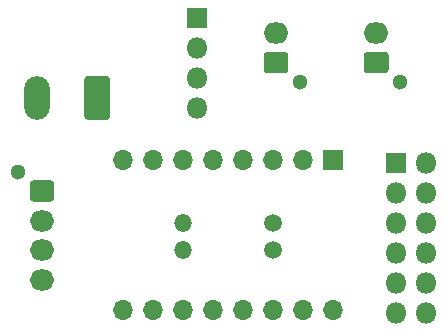
<source format=gbr>
%TF.GenerationSoftware,KiCad,Pcbnew,(5.1.6)-1*%
%TF.CreationDate,2022-03-03T12:09:35+01:00*%
%TF.ProjectId,pmod_shield,706d6f64-5f73-4686-9965-6c642e6b6963,rev?*%
%TF.SameCoordinates,Original*%
%TF.FileFunction,Soldermask,Bot*%
%TF.FilePolarity,Negative*%
%FSLAX46Y46*%
G04 Gerber Fmt 4.6, Leading zero omitted, Abs format (unit mm)*
G04 Created by KiCad (PCBNEW (5.1.6)-1) date 2022-03-03 12:09:35*
%MOMM*%
%LPD*%
G01*
G04 APERTURE LIST*
%ADD10O,1.700000X1.700000*%
%ADD11R,1.700000X1.700000*%
%ADD12C,1.300000*%
%ADD13O,2.100000X1.800000*%
%ADD14O,2.050000X1.800000*%
%ADD15O,2.180000X3.700000*%
%ADD16O,1.800000X1.800000*%
%ADD17R,1.800000X1.800000*%
%ADD18C,1.500000*%
%ADD19O,1.500000X1.500000*%
G04 APERTURE END LIST*
D10*
%TO.C,A1*%
X155638500Y-106807000D03*
X137858500Y-94107000D03*
X153098500Y-106807000D03*
X140398500Y-94107000D03*
X150558500Y-106807000D03*
X142938500Y-94107000D03*
X148018500Y-106807000D03*
X145478500Y-94107000D03*
X145478500Y-106807000D03*
X148018500Y-94107000D03*
X142938500Y-106807000D03*
X150558500Y-94107000D03*
X140398500Y-106807000D03*
X153098500Y-94107000D03*
X137858500Y-106807000D03*
D11*
X155638500Y-94107000D03*
%TD*%
D12*
%TO.C,J5*%
X161308800Y-87452000D03*
D13*
X159308800Y-83352000D03*
G36*
G01*
X160094094Y-86752000D02*
X158523506Y-86752000D01*
G75*
G02*
X158258800Y-86487294I0J264706D01*
G01*
X158258800Y-85216706D01*
G75*
G02*
X158523506Y-84952000I264706J0D01*
G01*
X160094094Y-84952000D01*
G75*
G02*
X160358800Y-85216706I0J-264706D01*
G01*
X160358800Y-86487294D01*
G75*
G02*
X160094094Y-86752000I-264706J0D01*
G01*
G37*
%TD*%
D12*
%TO.C,J4*%
X152825200Y-87452000D03*
D13*
X150825200Y-83352000D03*
G36*
G01*
X151610494Y-86752000D02*
X150039906Y-86752000D01*
G75*
G02*
X149775200Y-86487294I0J264706D01*
G01*
X149775200Y-85216706D01*
G75*
G02*
X150039906Y-84952000I264706J0D01*
G01*
X151610494Y-84952000D01*
G75*
G02*
X151875200Y-85216706I0J-264706D01*
G01*
X151875200Y-86487294D01*
G75*
G02*
X151610494Y-86752000I-264706J0D01*
G01*
G37*
%TD*%
D12*
%TO.C,J6*%
X129013200Y-95123200D03*
D14*
X131013200Y-104223200D03*
X131013200Y-101723200D03*
X131013200Y-99223200D03*
G36*
G01*
X130252906Y-95823200D02*
X131773494Y-95823200D01*
G75*
G02*
X132038200Y-96087906I0J-264706D01*
G01*
X132038200Y-97358494D01*
G75*
G02*
X131773494Y-97623200I-264706J0D01*
G01*
X130252906Y-97623200D01*
G75*
G02*
X129988200Y-97358494I0J264706D01*
G01*
X129988200Y-96087906D01*
G75*
G02*
X130252906Y-95823200I264706J0D01*
G01*
G37*
%TD*%
D15*
%TO.C,J3*%
X130619500Y-88836500D03*
G36*
G01*
X136789500Y-87248518D02*
X136789500Y-90424482D01*
G75*
G02*
X136527482Y-90686500I-262018J0D01*
G01*
X134871518Y-90686500D01*
G75*
G02*
X134609500Y-90424482I0J262018D01*
G01*
X134609500Y-87248518D01*
G75*
G02*
X134871518Y-86986500I262018J0D01*
G01*
X136527482Y-86986500D01*
G75*
G02*
X136789500Y-87248518I0J-262018D01*
G01*
G37*
%TD*%
D16*
%TO.C,J2*%
X163525200Y-107086400D03*
X160985200Y-107086400D03*
X163525200Y-104546400D03*
X160985200Y-104546400D03*
X163525200Y-102006400D03*
X160985200Y-102006400D03*
X163525200Y-99466400D03*
X160985200Y-99466400D03*
X163525200Y-96926400D03*
X160985200Y-96926400D03*
X163525200Y-94386400D03*
D17*
X160985200Y-94386400D03*
%TD*%
D18*
%TO.C,R2*%
X150558500Y-101701600D03*
D19*
X142938500Y-101701600D03*
%TD*%
D18*
%TO.C,R1*%
X150558500Y-99415600D03*
D19*
X142938500Y-99415600D03*
%TD*%
D16*
%TO.C,J1*%
X144170400Y-89712800D03*
X144170400Y-87172800D03*
X144170400Y-84632800D03*
D17*
X144170400Y-82092800D03*
%TD*%
M02*

</source>
